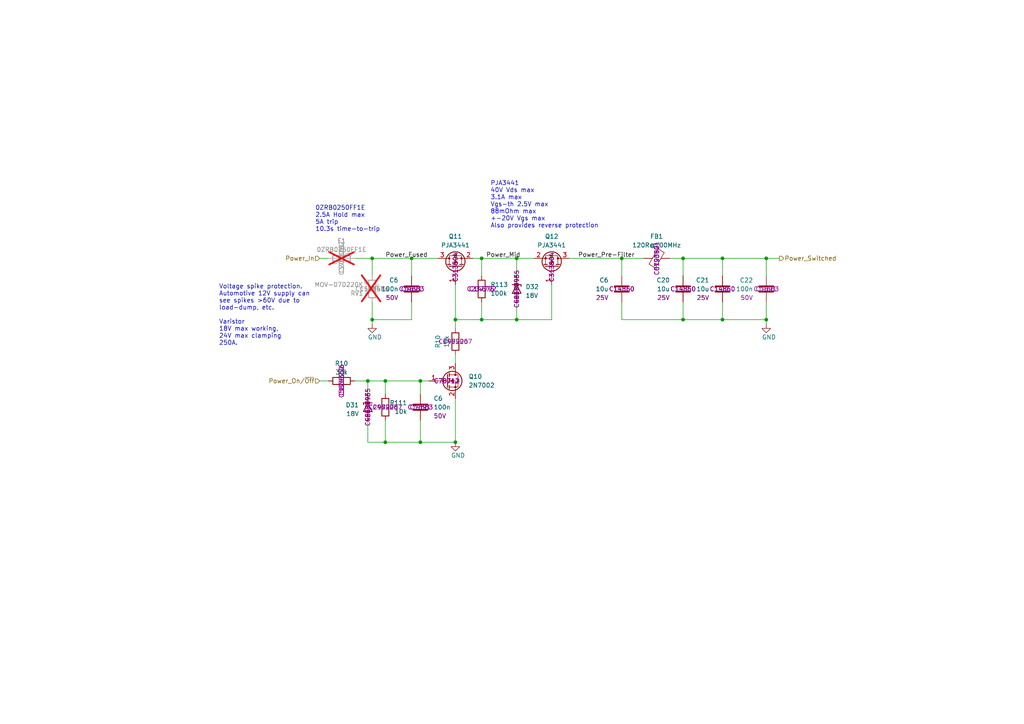
<source format=kicad_sch>
(kicad_sch (version 20250114) (generator "eeschema") (generator_version "9.0")
  (paper "A4")
  (title_block (title "Main architecture") (date "2025-08-10") (rev "1.4") (company "Alex Miller & Martin Roger") (comment 1 "https://github.com/martinroger/VXDash") (comment 2 "https://cadlab.io/projects/vxdash"))
  (lib_symbols
    (symbol "Device:D_Zener" (pin_numbers (hide yes)) (pin_names (offset 1.016) (hide yes))
      (property "Reference" "D" (at 0 2.54 0))
      (property "Value" "D_Zener" (at 0 -2.54 0))
      (symbol "D_Zener_0_1"
        (polyline (pts (xy -1.27 -1.27) (xy -1.27 1.27) (xy -0.762 1.27)) (stroke (width 0.254)))
        (polyline (pts (xy 1.27 0) (xy -1.27 0)))
        (polyline (pts (xy 1.27 -1.27) (xy 1.27 1.27) (xy -1.27 0) (xy 1.27 -1.27)) (stroke (width 0.254)))
      )
      (symbol "D_Zener_1_1"
        (pin passive line (at -3.81 0 0) (length 2.54) (name "K") (number "1"))
        (pin passive line (at 3.81 0 180) (length 2.54) (name "A") (number "2"))
      )
    )
    (symbol "Device:FerriteBead" (pin_numbers (hide yes)) (pin_names (offset 0))
      (property "Reference" "FB" (at -3.81 0.635 90))
      (property "Value" "FerriteBead" (at 3.81 0 90))
      (symbol "FerriteBead_0_1"
        (polyline (pts (xy -2.7686 0.4064) (xy -1.7018 2.2606) (xy 2.7686 -0.3048) (xy 1.6764 -2.159) (xy -2.7686 0.4064)))
        (polyline (pts (xy 0 1.27) (xy 0 1.2954)))
        (polyline (pts (xy 0 -1.27) (xy 0 -1.2192)))
      )
      (symbol "FerriteBead_1_1"
        (pin passive line (at 0 3.81 270) (length 2.54) (name "~") (number "1"))
        (pin passive line (at 0 -3.81 90) (length 2.54) (name "~") (number "2"))
      )
    )
    (symbol "Device:Polyfuse" (pin_numbers (hide yes)) (pin_names (offset 0))
      (property "Reference" "F" (at -2.54 0 90))
      (property "Value" "Polyfuse" (at 2.54 0 90))
      (symbol "Polyfuse_0_1"
        (polyline (pts (xy -1.524 2.54) (xy -1.524 1.524) (xy 1.524 -1.524) (xy 1.524 -2.54)))
        (rectangle (start -0.762 2.54) (end 0.762 -2.54) (stroke (width 0.254)))
        (polyline (pts (xy 0 2.54) (xy 0 -2.54)))
      )
      (symbol "Polyfuse_1_1"
        (pin passive line (at 0 3.81 270) (length 1.27) (name "~") (number "1"))
        (pin passive line (at 0 -3.81 90) (length 1.27) (name "~") (number "2"))
      )
    )
    (symbol "Device:Varistor" (pin_numbers (hide yes)) (pin_names (offset 0))
      (property "Reference" "RV" (at 3.175 0 90))
      (property "Value" "Varistor" (at -3.175 0 90))
      (symbol "Varistor_0_0"
        (text "U" (at -1.778 -2.032 0) (effects (font (size 1.27 1.27))))
      )
      (symbol "Varistor_0_1"
        (polyline (pts (xy -1.905 2.54) (xy -1.905 1.27) (xy 1.905 -1.27)))
        (rectangle (start -1.016 -2.54) (end 1.016 2.54) (stroke (width 0.254)))
      )
      (symbol "Varistor_1_1"
        (pin passive line (at 0 3.81 270) (length 1.27) (name "~") (number "1"))
        (pin passive line (at 0 -3.81 90) (length 1.27) (name "~") (number "2"))
      )
    )
    (symbol "Transistor_FET:Q_NMOS_GSD" (pin_names (offset 0) (hide yes))
      (property "Reference" "Q" (at 5.08 1.905 0))
      (property "Value" "Q_NMOS_GSD" (at 5.08 0 0))
      (symbol "Q_NMOS_GSD_0_1"
        (polyline (pts (xy 0.254 1.905) (xy 0.254 -1.905)) (stroke (width 0.254)))
        (polyline (pts (xy 0.254 0) (xy -2.54 0)))
        (polyline (pts (xy 0.762 2.286) (xy 0.762 1.27)) (stroke (width 0.254)))
        (polyline (pts (xy 0.762 0.508) (xy 0.762 -0.508)) (stroke (width 0.254)))
        (polyline (pts (xy 0.762 -1.27) (xy 0.762 -2.286)) (stroke (width 0.254)))
        (polyline (pts (xy 0.762 -1.778) (xy 3.302 -1.778) (xy 3.302 1.778) (xy 0.762 1.778)))
        (polyline (pts (xy 1.016 0) (xy 2.032 0.381) (xy 2.032 -0.381) (xy 1.016 0)) (fill (type outline)))
        (circle (center 1.651 0) (radius 2.794) (stroke (width 0.254)))
        (polyline (pts (xy 2.54 2.54) (xy 2.54 1.778)))
        (circle (center 2.54 1.778) (radius 0.254) (fill (type outline)))
        (circle (center 2.54 -1.778) (radius 0.254) (fill (type outline)))
        (polyline (pts (xy 2.54 -2.54) (xy 2.54 0) (xy 0.762 0)))
        (polyline (pts (xy 2.921 0.381) (xy 3.683 0.381)))
        (polyline (pts (xy 3.302 0.381) (xy 2.921 -0.254) (xy 3.683 -0.254) (xy 3.302 0.381)))
      )
      (symbol "Q_NMOS_GSD_1_1"
        (pin input line (at -5.08 0 0) (length 2.54) (name "G") (number "1"))
        (pin passive line (at 2.54 5.08 270) (length 2.54) (name "D") (number "3"))
        (pin passive line (at 2.54 -5.08 90) (length 2.54) (name "S") (number "2"))
      )
    )
    (symbol "Transistor_FET:Q_PMOS_GSD" (pin_names (offset 0) (hide yes))
      (property "Reference" "Q" (at 5.08 1.905 0))
      (property "Value" "Q_PMOS_GSD" (at 5.08 0 0))
      (symbol "Q_PMOS_GSD_0_1"
        (polyline (pts (xy 0.254 1.905) (xy 0.254 -1.905)) (stroke (width 0.254)))
        (polyline (pts (xy 0.254 0) (xy -2.54 0)))
        (polyline (pts (xy 0.762 2.286) (xy 0.762 1.27)) (stroke (width 0.254)))
        (polyline (pts (xy 0.762 1.778) (xy 3.302 1.778) (xy 3.302 -1.778) (xy 0.762 -1.778)))
        (polyline (pts (xy 0.762 0.508) (xy 0.762 -0.508)) (stroke (width 0.254)))
        (polyline (pts (xy 0.762 -1.27) (xy 0.762 -2.286)) (stroke (width 0.254)))
        (circle (center 1.651 0) (radius 2.794) (stroke (width 0.254)))
        (polyline (pts (xy 2.286 0) (xy 1.27 0.381) (xy 1.27 -0.381) (xy 2.286 0)) (fill (type outline)))
        (polyline (pts (xy 2.54 2.54) (xy 2.54 1.778)))
        (circle (center 2.54 1.778) (radius 0.254) (fill (type outline)))
        (circle (center 2.54 -1.778) (radius 0.254) (fill (type outline)))
        (polyline (pts (xy 2.54 -2.54) (xy 2.54 0) (xy 0.762 0)))
        (polyline (pts (xy 2.921 -0.381) (xy 3.683 -0.381)))
        (polyline (pts (xy 3.302 -0.381) (xy 2.921 0.254) (xy 3.683 0.254) (xy 3.302 -0.381)))
      )
      (symbol "Q_PMOS_GSD_1_1"
        (pin input line (at -5.08 0 0) (length 2.54) (name "G") (number "1"))
        (pin passive line (at 2.54 5.08 270) (length 2.54) (name "D") (number "3"))
        (pin passive line (at 2.54 -5.08 90) (length 2.54) (name "S") (number "2"))
      )
    )
    (symbol "VXDash_passives:Cap_MLCC" (pin_numbers (hide yes)) (pin_names (offset 0.254))
      (property "Reference" "C" (at 2.54 2.54 0))
      (property "Value" "Cap_MLCC" (at 2.54 0 0))
      (property "Voltage" "50V" (at 2.54 -2.54 0))
      (symbol "Cap_MLCC_0_1"
        (polyline (pts (xy -2.032 0.762) (xy 2.032 0.762)) (stroke (width 0.508)))
        (polyline (pts (xy -2.032 -0.762) (xy 2.032 -0.762)) (stroke (width 0.508)))
      )
      (symbol "Cap_MLCC_1_1"
        (pin passive line (at 0 3.81 270) (length 2.794) (name "~") (number "1"))
        (pin passive line (at 0 -3.81 90) (length 2.794) (name "~") (number "2"))
      )
    )
    (symbol "VXDash_passives:Res" (pin_numbers (hide yes)) (pin_names (offset 0))
      (property "Reference" "R" (at 1.27 1.27 0))
      (property "Value" "Res" (at 1.27 -1.27 0))
      (symbol "Res_0_1"
        (rectangle (start -1.016 -2.54) (end 1.016 2.54) (stroke (width 0.254)))
      )
      (symbol "Res_1_1"
        (pin passive line (at 0 3.81 270) (length 1.27) (name "~") (number "1"))
        (pin passive line (at 0 -3.81 90) (length 1.27) (name "~") (number "2"))
      )
    )
    (symbol "power:GND" (power) (pin_numbers (hide yes)) (pin_names (offset 0) (hide yes))
      (property "Value" "GND" (at 0 -3.81 0))
      (symbol "GND_0_1"
        (polyline (pts (xy 0 0) (xy 0 -1.27) (xy 1.27 -1.27) (xy 0 -2.54) (xy -1.27 -1.27) (xy 0 -1.27)))
      )
      (symbol "GND_1_1"
        (pin power_in line (at 0 0 270) (length 0) (name "~") (number "1"))
      )
    )
  )
  (text "PJA3441\n40V Vds max\n3.1A max\nVgs-th 2.5V max\n88mOhm max\n+-20V Vgs max\nAlso provides reverse protection\n\n" (at 142.24 68.326 0) (effects (font (size 1.27 1.27)) (justify left bottom)))
  (text "Voltage spike protection.\nAutomotive 12V supply can \nsee spikes >60V due to \nload-dump, etc.\n\nVaristor\n18V max working,\n24V max clamping \n250A." (at 63.5 100.33 0) (effects (font (size 1.27 1.27)) (justify left bottom)))
  (text "0ZRB0250FF1E\n2.5A Hold max\n5A trip\n10.3s time-to-trip" (at 91.44 67.31 0) (effects (font (size 1.27 1.27)) (justify left bottom)))
  (junction (at 106.68 110.49))
  (junction (at 139.7 74.93))
  (junction (at 121.92 110.49))
  (junction (at 107.95 92.71))
  (junction (at 119.38 74.93))
  (junction (at 222.25 92.71))
  (junction (at 121.92 128.27))
  (junction (at 111.76 128.27))
  (junction (at 111.76 110.49))
  (junction (at 139.7 92.71))
  (junction (at 132.08 128.27))
  (junction (at 149.86 74.93))
  (junction (at 149.86 92.71))
  (junction (at 209.55 74.93))
  (junction (at 209.55 92.71))
  (junction (at 198.12 74.93))
  (junction (at 198.12 92.71))
  (junction (at 107.95 74.93))
  (junction (at 222.25 74.93))
  (junction (at 132.08 92.71))
  (junction (at 180.34 74.93))
  (wire (pts (xy 198.12 87.63) (xy 198.12 92.71)))
  (wire (pts (xy 102.87 74.93) (xy 107.95 74.93)))
  (wire (pts (xy 111.76 110.49) (xy 111.76 114.3)))
  (wire (pts (xy 180.34 74.93) (xy 180.34 80.01)))
  (wire (pts (xy 107.95 92.71) (xy 107.95 93.98)))
  (wire (pts (xy 119.38 74.93) (xy 119.38 80.01)))
  (wire (pts (xy 149.86 92.71) (xy 160.02 92.71)))
  (wire (pts (xy 180.34 87.63) (xy 180.34 92.71)))
  (wire (pts (xy 107.95 74.93) (xy 107.95 80.01)))
  (wire (pts (xy 121.92 110.49) (xy 121.92 114.3)))
  (wire (pts (xy 121.92 110.49) (xy 124.46 110.49)))
  (wire (pts (xy 194.31 74.93) (xy 198.12 74.93)))
  (wire (pts (xy 132.08 92.71) (xy 139.7 92.71)))
  (wire (pts (xy 149.86 74.93) (xy 149.86 80.01)))
  (wire (pts (xy 165.1 74.93) (xy 180.34 74.93)))
  (wire (pts (xy 111.76 110.49) (xy 121.92 110.49)))
  (wire (pts (xy 137.16 74.93) (xy 139.7 74.93)))
  (wire (pts (xy 222.25 93.98) (xy 222.25 92.71)))
  (wire (pts (xy 149.86 92.71) (xy 149.86 87.63)))
  (wire (pts (xy 106.68 110.49) (xy 106.68 114.3)))
  (wire (pts (xy 149.86 74.93) (xy 154.94 74.93)))
  (wire (pts (xy 107.95 87.63) (xy 107.95 92.71)))
  (wire (pts (xy 222.25 92.71) (xy 209.55 92.71)))
  (wire (pts (xy 160.02 82.55) (xy 160.02 92.71)))
  (wire (pts (xy 92.71 110.49) (xy 95.25 110.49)))
  (wire (pts (xy 111.76 128.27) (xy 121.92 128.27)))
  (wire (pts (xy 209.55 87.63) (xy 209.55 92.71)))
  (wire (pts (xy 139.7 74.93) (xy 149.86 74.93)))
  (wire (pts (xy 180.34 74.93) (xy 186.69 74.93)))
  (wire (pts (xy 132.08 128.27) (xy 132.08 115.57)))
  (wire (pts (xy 139.7 74.93) (xy 139.7 80.01)))
  (wire (pts (xy 92.71 74.93) (xy 95.25 74.93)))
  (wire (pts (xy 209.55 92.71) (xy 198.12 92.71)))
  (wire (pts (xy 107.95 92.71) (xy 119.38 92.71)))
  (wire (pts (xy 121.92 121.92) (xy 121.92 128.27)))
  (wire (pts (xy 102.87 110.49) (xy 106.68 110.49)))
  (wire (pts (xy 119.38 87.63) (xy 119.38 92.71)))
  (wire (pts (xy 132.08 82.55) (xy 132.08 92.71)))
  (wire (pts (xy 222.25 74.93) (xy 222.25 80.01)))
  (wire (pts (xy 106.68 128.27) (xy 111.76 128.27)))
  (wire (pts (xy 209.55 74.93) (xy 209.55 80.01)))
  (wire (pts (xy 132.08 102.87) (xy 132.08 105.41)))
  (wire (pts (xy 107.95 74.93) (xy 119.38 74.93)))
  (wire (pts (xy 198.12 74.93) (xy 198.12 80.01)))
  (wire (pts (xy 106.68 128.27) (xy 106.68 121.92)))
  (wire (pts (xy 119.38 74.93) (xy 127 74.93)))
  (wire (pts (xy 121.92 128.27) (xy 132.08 128.27)))
  (wire (pts (xy 139.7 92.71) (xy 149.86 92.71)))
  (wire (pts (xy 111.76 121.92) (xy 111.76 128.27)))
  (wire (pts (xy 106.68 110.49) (xy 111.76 110.49)))
  (wire (pts (xy 209.55 74.93) (xy 222.25 74.93)))
  (wire (pts (xy 198.12 74.93) (xy 209.55 74.93)))
  (wire (pts (xy 180.34 92.71) (xy 198.12 92.71)))
  (wire (pts (xy 132.08 92.71) (xy 132.08 95.25)))
  (wire (pts (xy 222.25 74.93) (xy 226.06 74.93)))
  (wire (pts (xy 139.7 87.63) (xy 139.7 92.71)))
  (wire (pts (xy 222.25 87.63) (xy 222.25 92.71)))
  (label "Power_Pre-Filter" (at 167.64 74.93 0))
  (label "Power_Mid" (at 140.97 74.93 0))
  (label "Power_Fused" (at 111.76 74.93 0))
  (hierarchical_label "Power_On{slash}~{Off}" (shape input) (at 92.71 110.49 180))
  (hierarchical_label "Power_Switched" (shape output) (at 226.06 74.93 0))
  (hierarchical_label "Power_In" (shape input) (at 92.71 74.93 180))
  (symbol (lib_id "VXDash_passives:Res") (at 132.08 99.06 180) (unit 1)
    (property "Reference" "R112" (at 127 99.06 90))
    (property "Value" "10k" (at 129.54 99.06 90))
    (property "Footprint" "Resistor_SMD:R_0603_1608Metric_Pad0.98x0.95mm_HandSolder" (effects (hide yes)))
    (property "Description" "RES 10K OHM 1% 1/10W 0603" (effects (hide yes)))
    (property "Tol" "1%" (effects (hide yes)))
    (property "Power" "100mW" (effects (hide yes)))
    (property "MFT" "StackPole Electronics" (effects (hide yes)))
    (property "MFT_PN" "RMCF0603FT10K0" (effects (hide yes)))
    (property "LCSC" "C2479067" (at 132.08 99.06 0))
    (property "LCSC alt" "C98220" (at 132.08 99.06 0))
    (instances (project "DashSpy" (path "" (reference "R10") (unit 1)) (path "" (reference "R25") (unit 1)) (path "" (reference "R31") (unit 1)) (path "" (reference "R43") (unit 1)) (path "" (reference "R40") (unit 1)) (path "" (reference "R37") (unit 1)) (path "" (reference "R49") (unit 1)) (path "" (reference "R46") (unit 1)) (path "" (reference "R34") (unit 1)) (path "" (reference "R28") (unit 1)) (path "" (reference "R52") (unit 1))) (project "VXDash" (path "" (reference "R112") (unit 1))))
  )
  (symbol (lib_id "power:GND") (at 222.25 93.98 0) (unit 1)
    (property "Reference" "#PWR067" (effects (hide yes)))
    (property "Value" "GND" (at 220.98 97.79 0) (effects (justify left)))
    (property "Description" "Power symbol creates a global label with name \"GND\" , ground" (effects (hide yes)))
    (instances (project "DashSpy" (path "" (reference "#PWR06") (unit 1))) (project "VXDash" (path "" (reference "#PWR067") (unit 1))))
  )
  (symbol (lib_id "VXDash_passives:Cap_MLCC") (at 222.25 83.82 0) (mirror x) (unit 1)
    (property "Reference" "C22" (at 218.44 81.2799 0) (effects (justify right)))
    (property "Value" "100n" (at 218.44 83.8199 0) (effects (justify right)))
    (property "Footprint" "Capacitor_SMD:C_0603_1608Metric_Pad1.08x0.95mm_HandSolder" (effects (hide yes)))
    (property "Description" "CAP CER 0.1UF 50V X7R 0603" (effects (hide yes)))
    (property "MFT" "Samsung Electro-Mechanics" (effects (hide yes)))
    (property "MFT_PN" "CL10B104KB8NNNC" (effects (hide yes)))
    (property "Dielectric" "X7R" (effects (hide yes)))
    (property "Tol" "10%" (effects (hide yes)))
    (property "Voltage" "50V" (at 218.44 86.3599 0) (effects (justify right)))
    (property "LCSC" "C1591" (at 222.25 83.82 0))
    (property "LCSC alt" "C14663" (at 222.25 83.82 0))
  )
  (symbol (lib_id "Device:FerriteBead") (at 190.5 74.93 90) (unit 1)
    (property "Reference" "FB1" (at 190.4492 68.58 90))
    (property "Value" "120R@100MHz" (at 190.4492 71.12 90))
    (property "Footprint" "Inductor_SMD:L_0805_2012Metric" (effects (hide yes)))
    (property "Datasheet" "https://www.we-online.com/katalog/datasheet/742792023.pdf" (effects (hide yes)))
    (property "Description" "FERRITE BEAD 120 OHM 0805 1LN" (effects (hide yes)))
    (property "MFT" "Würth Elektronik" (effects (hide yes)))
    (property "MFT_PN" "742792023" (effects (hide yes)))
    (property "LCSC" "C5120901" (at 190.5 74.93 0))
    (property "LCSC alt" "C79382" (at 190.5 74.93 0))
  )
  (symbol (lib_id "Transistor_FET:Q_PMOS_GSD") (at 132.08 77.47 90) (unit 1)
    (property "Reference" "Q11" (at 132.08 68.58 90))
    (property "Value" "PJA3441" (at 132.08 71.12 90))
    (property "Footprint" "Package_TO_SOT_SMD:SOT-23" (effects (hide yes)))
    (property "Datasheet" "https://www.panjit.com.tw/upload/datasheet/PJA3441.pdf?srsltid=AfmBOorcXQifrwfHYhMWRYHvs2fEGINIyw20eErdW3fOG6z6g98X7-Kb" (effects (hide yes)))
    (property "Description" "P-MOSFET transistor, gate/source/drain" (effects (hide yes)))
    (property "MFT" "Panjit" (effects (hide yes)))
    (property "MFT_PN" "PJA3441_R1_00001" (effects (hide yes)))
    (property "LCSC" "C313504" (at 132.08 77.47 0))
    (property "LCSC alt" "C313504" (at 132.08 77.47 0))
  )
  (symbol (lib_id "VXDash_passives:Cap_MLCC") (at 119.38 83.82 0) (mirror x) (unit 1)
    (property "Reference" "C17" (at 115.57 81.2799 0) (effects (justify right)))
    (property "Value" "100n" (at 115.57 83.8199 0) (effects (justify right)))
    (property "Footprint" "Capacitor_SMD:C_0603_1608Metric_Pad1.08x0.95mm_HandSolder" (effects (hide yes)))
    (property "Description" "CAP CER 0.1UF 50V X7R 0603" (effects (hide yes)))
    (property "MFT" "Samsung Electro-Mechanics" (effects (hide yes)))
    (property "MFT_PN" "CL10B104KB8NNNC" (effects (hide yes)))
    (property "Dielectric" "X7R" (effects (hide yes)))
    (property "Tol" "10%" (effects (hide yes)))
    (property "Voltage" "50V" (at 115.57 86.3599 0) (effects (justify right)))
    (property "LCSC" "C1591" (at 119.38 83.82 0))
    (property "LCSC alt" "C14663" (at 119.38 83.82 0))
    (instances (project "DashSpy" (path "" (reference "C6") (unit 1))) (project "VXDash" (path "" (reference "C17") (unit 1))))
  )
  (symbol (lib_id "VXDash_passives:Res") (at 111.76 118.11 0) (mirror y) (unit 1)
    (property "Reference" "R111" (at 118.11 116.84 0) (effects (justify left)))
    (property "Value" "10k" (at 118.11 119.38 0) (effects (justify left)))
    (property "Footprint" "Resistor_SMD:R_0603_1608Metric_Pad0.98x0.95mm_HandSolder" (effects (hide yes)))
    (property "Description" "RES 10K OHM 1% 1/10W 0603" (effects (hide yes)))
    (property "Tol" "1%" (effects (hide yes)))
    (property "Power" "100mW" (effects (hide yes)))
    (property "MFT" "StackPole Electronics" (effects (hide yes)))
    (property "MFT_PN" "RMCF0603FT10K0" (effects (hide yes)))
    (property "LCSC" "C2479067" (at 111.76 118.11 0))
    (property "LCSC alt" "C98220" (at 111.76 118.11 0))
  )
  (symbol (lib_id "power:GND") (at 107.95 93.98 0) (unit 1)
    (property "Reference" "#PWR065" (effects (hide yes)))
    (property "Value" "GND" (at 106.68 97.79 0) (effects (justify left)))
    (property "Description" "Power symbol creates a global label with name \"GND\" , ground" (effects (hide yes)))
    (instances (project "DashSpy" (path "" (reference "#PWR06") (unit 1))) (project "VXDash" (path "" (reference "#PWR065") (unit 1))))
  )
  (symbol (lib_id "Device:D_Zener") (at 149.86 83.82 270) (unit 1)
    (property "Reference" "D32" (at 152.4 83.185 90) (effects (justify left)))
    (property "Value" "18V" (at 152.4 85.725 90) (effects (justify left)))
    (property "Footprint" "Diode_SMD:D_SOD-123" (effects (hide yes)))
    (property "Datasheet" "https://www.mccsemi.com/pdf/Products/BZT52C2V4~BZT52C75(500mW)(SOD-123).pdf" (effects (hide yes)))
    (property "Description" "DIODE ZENER 18V 200MW SOD123" (effects (hide yes)))
    (property "MFT" "Micro Commercial Co" (effects (hide yes)))
    (property "MFT_PN" "BZT52C18-TP" (effects (hide yes)))
    (property "Voltage" "18V" (at 149.86 83.82 0))
    (property "LCSC" "C668896" (at 149.86 83.82 0))
    (property "LCSC alt" "C42379435" (at 149.86 83.82 0))
  )
  (symbol (lib_id "VXDash_passives:Res") (at 99.06 110.49 90) (unit 1)
    (property "Reference" "R110" (at 99.06 105.41 90))
    (property "Value" "30k" (at 99.06 107.95 90))
    (property "Footprint" "Resistor_SMD:R_0805_2012Metric_Pad1.20x1.40mm_HandSolder" (effects (hide yes)))
    (property "Description" "RES 30K OHM 1% 1/8W 0805" (effects (hide yes)))
    (property "Tol" "1%" (effects (hide yes)))
    (property "Power" "125mW" (effects (hide yes)))
    (property "MFT" "StackPole Electronics" (effects (hide yes)))
    (property "MFT_PN" "RMCF0805FT30K0" (effects (hide yes)))
    (property "LCSC" "C5856226" (at 99.06 110.49 0))
    (property "LCSC alt" "C126352" (at 99.06 110.49 0))
    (instances (project "DashSpy" (path "" (reference "R10") (unit 1)) (path "" (reference "R25") (unit 1)) (path "" (reference "R31") (unit 1)) (path "" (reference "R43") (unit 1)) (path "" (reference "R40") (unit 1)) (path "" (reference "R37") (unit 1)) (path "" (reference "R49") (unit 1)) (path "" (reference "R46") (unit 1)) (path "" (reference "R34") (unit 1)) (path "" (reference "R28") (unit 1)) (path "" (reference "R52") (unit 1))) (project "VXDash" (path "" (reference "R110") (unit 1))))
  )
  (symbol (lib_id "Transistor_FET:Q_PMOS_GSD") (at 160.02 77.47 270) (mirror x) (unit 1)
    (property "Reference" "Q12" (at 160.02 68.58 90))
    (property "Value" "PJA3441" (at 160.02 71.12 90))
    (property "Footprint" "Package_TO_SOT_SMD:SOT-23" (effects (hide yes)))
    (property "Datasheet" "https://www.panjit.com.tw/upload/datasheet/PJA3441.pdf?srsltid=AfmBOorcXQifrwfHYhMWRYHvs2fEGINIyw20eErdW3fOG6z6g98X7-Kb" (effects (hide yes)))
    (property "Description" "P-MOSFET transistor, gate/source/drain" (effects (hide yes)))
    (property "MFT" "Panjit" (effects (hide yes)))
    (property "MFT_PN" "PJA3441_R1_00001" (effects (hide yes)))
    (property "LCSC" "C313504" (at 160.02 77.47 0))
    (property "LCSC alt" "C313504" (at 160.02 77.47 0))
  )
  (symbol (lib_id "Transistor_FET:Q_NMOS_GSD") (at 129.54 110.49 0) (unit 1)
    (property "Reference" "Q10" (at 135.89 109.2199 0) (effects (justify left)))
    (property "Value" "2N7002" (at 135.89 111.7599 0) (effects (justify left)))
    (property "Footprint" "Package_TO_SOT_SMD:SOT-23" (effects (hide yes)))
    (property "Description" "N-MOSFET transistor, gate/source/drain" (effects (hide yes)))
    (property "MFT" "Micro Commercial Co" (effects (hide yes)))
    (property "MFT_PN" "2N7002-TP" (effects (hide yes)))
    (property "LCSC" "C78712" (at 129.54 110.49 0))
    (property "LCSC alt" "C78712" (at 129.54 110.49 0))
  )
  (symbol (lib_id "power:GND") (at 132.08 128.27 0) (unit 1)
    (property "Reference" "#PWR066" (effects (hide yes)))
    (property "Value" "GND" (at 130.81 132.08 0) (effects (justify left)))
    (property "Description" "Power symbol creates a global label with name \"GND\" , ground" (effects (hide yes)))
    (instances (project "DashSpy" (path "" (reference "#PWR06") (unit 1))) (project "VXDash" (path "" (reference "#PWR066") (unit 1))))
  )
  (symbol (lib_id "VXDash_passives:Cap_MLCC") (at 198.12 83.82 0) (mirror x) (unit 1)
    (property "Reference" "C20" (at 194.31 81.2799 0) (effects (justify right)))
    (property "Value" "10u" (at 194.31 83.8199 0) (effects (justify right)))
    (property "Footprint" "Capacitor_SMD:C_1206_3216Metric_Pad1.33x1.80mm_HandSolder" (effects (hide yes)))
    (property "Description" "CAP CER 10UF 25V X7R 1206" (effects (hide yes)))
    (property "MFT" "Samsung Electro-Mechanics" (effects (hide yes)))
    (property "MFT_PN" "CL31B106KAHNNNE" (effects (hide yes)))
    (property "Dielectric" "X7R" (effects (hide yes)))
    (property "Tol" "10%" (effects (hide yes)))
    (property "Voltage" "25V" (at 194.31 86.3599 0) (effects (justify right)))
    (property "LCSC" "C14860" (at 198.12 83.82 0))
    (property "LCSC alt" "C14860" (at 198.12 83.82 0))
  )
  (symbol (lib_id "VXDash_passives:Cap_MLCC") (at 121.92 118.11 180) (unit 1)
    (property "Reference" "C18" (at 125.73 115.5699 0) (effects (justify right)))
    (property "Value" "100n" (at 125.73 118.1099 0) (effects (justify right)))
    (property "Footprint" "Capacitor_SMD:C_0603_1608Metric_Pad1.08x0.95mm_HandSolder" (effects (hide yes)))
    (property "Description" "CAP CER 0.1UF 50V X7R 0603" (effects (hide yes)))
    (property "MFT" "Samsung Electro-Mechanics" (effects (hide yes)))
    (property "MFT_PN" "CL10B104KB8NNNC" (effects (hide yes)))
    (property "Dielectric" "X7R" (effects (hide yes)))
    (property "Tol" "10%" (effects (hide yes)))
    (property "Voltage" "50V" (at 125.73 120.6499 0) (effects (justify right)))
    (property "LCSC" "C1591" (at 121.92 118.11 0))
    (property "LCSC alt" "C14663" (at 121.92 118.11 0))
    (instances (project "DashSpy" (path "" (reference "C6") (unit 1))) (project "VXDash" (path "" (reference "C18") (unit 1))))
  )
  (symbol (lib_id "Device:D_Zener") (at 106.68 118.11 90) (mirror x) (unit 1)
    (property "Reference" "D31" (at 104.14 117.475 90) (effects (justify left)))
    (property "Value" "18V" (at 104.14 120.015 90) (effects (justify left)))
    (property "Footprint" "Diode_SMD:D_SOD-123" (effects (hide yes)))
    (property "Datasheet" "https://www.mccsemi.com/pdf/Products/BZT52C2V4~BZT52C75(500mW)(SOD-123).pdf" (effects (hide yes)))
    (property "Description" "DIODE ZENER 18V 200MW SOD123" (effects (hide yes)))
    (property "MFT" "Micro Commercial Co" (effects (hide yes)))
    (property "MFT_PN" "BZT52C18-TP" (effects (hide yes)))
    (property "Voltage" "18V" (at 106.68 118.11 0))
    (property "LCSC" "C668896" (at 106.68 118.11 0))
    (property "LCSC alt" "C42379435" (at 106.68 118.11 0))
  )
  (symbol (lib_id "VXDash_passives:Res") (at 139.7 83.82 0) (unit 1)
    (property "Reference" "R113" (at 142.24 82.5499 0) (effects (justify left)))
    (property "Value" "100k" (at 142.24 85.0899 0) (effects (justify left)))
    (property "Footprint" "Resistor_SMD:R_0603_1608Metric_Pad0.98x0.95mm_HandSolder" (effects (hide yes)))
    (property "Description" "RES 100K OHM 1% 1/10W 0603" (effects (hide yes)))
    (property "Tol" "1%" (effects (hide yes)))
    (property "Power" "100mW" (effects (hide yes)))
    (property "MFT" "StackPole Electronics" (effects (hide yes)))
    (property "MFT_PN" "RMCF0603FT100K" (effects (hide yes)))
    (property "LCSC" "C237792" (at 139.7 83.82 0))
    (property "LCSC alt" "C14675" (at 139.7 83.82 0))
  )
  (symbol (lib_id "Device:Polyfuse") (at 99.06 74.93 90) (unit 1) (dnp yes)
    (property "Reference" "F1" (at 99.06 69.85 90))
    (property "Value" "0ZRB0250FF1E" (at 99.06 72.39 90))
    (property "Footprint" "Fuse:Fuse_BelFuse_0ZRE0033FF_L11.4mm_W3.8mm" (effects (hide yes)))
    (property "Datasheet" "https://www.belfuse.com/resources/datasheets/circuitprotection/ds-cp-0zrb-series.pdf" (effects (hide yes)))
    (property "Description" "PTC RESET FUSE 30V 2.5A RADIAL" (effects (hide yes)))
    (property "MFT" "Bel Fuse" (effects (hide yes)))
    (property "MFT_PN" "0ZRB0250FF1E" (effects (hide yes)))
    (property "LCSC" "C3761262" (at 99.06 74.93 0))
    (property "LCSC alt" "C207101" (at 99.06 74.93 0))
  )
  (symbol (lib_id "VXDash_passives:Cap_MLCC") (at 180.34 83.82 0) (mirror x) (unit 1)
    (property "Reference" "C19" (at 176.53 81.2799 0) (effects (justify right)))
    (property "Value" "10u" (at 176.53 83.8199 0) (effects (justify right)))
    (property "Footprint" "Capacitor_SMD:C_1206_3216Metric_Pad1.33x1.80mm_HandSolder" (effects (hide yes)))
    (property "Description" "CAP CER 10UF 25V X7R 1206" (effects (hide yes)))
    (property "MFT" "Samsung Electro-Mechanics" (effects (hide yes)))
    (property "MFT_PN" "CL31B106KAHNNNE" (effects (hide yes)))
    (property "Dielectric" "X7R" (effects (hide yes)))
    (property "Tol" "10%" (effects (hide yes)))
    (property "Voltage" "25V" (at 176.53 86.3599 0) (effects (justify right)))
    (property "LCSC" "C14860" (at 180.34 83.82 0))
    (property "LCSC alt" "C14860" (at 180.34 83.82 0))
    (instances (project "DashSpy" (path "" (reference "C6") (unit 1))) (project "VXDash" (path "" (reference "C19") (unit 1))))
  )
  (symbol (lib_id "VXDash_passives:Cap_MLCC") (at 209.55 83.82 0) (mirror x) (unit 1)
    (property "Reference" "C21" (at 205.74 81.2799 0) (effects (justify right)))
    (property "Value" "10u" (at 205.74 83.8199 0) (effects (justify right)))
    (property "Footprint" "Capacitor_SMD:C_1206_3216Metric_Pad1.33x1.80mm_HandSolder" (effects (hide yes)))
    (property "Description" "CAP CER 10UF 25V X7R 1206" (effects (hide yes)))
    (property "MFT" "Samsung Electro-Mechanics" (effects (hide yes)))
    (property "MFT_PN" "CL31B106KAHNNNE" (effects (hide yes)))
    (property "Dielectric" "X7R" (effects (hide yes)))
    (property "Tol" "10%" (effects (hide yes)))
    (property "Voltage" "25V" (at 205.74 86.3599 0) (effects (justify right)))
    (property "LCSC" "C14860" (at 209.55 83.82 0))
    (property "LCSC alt" "C14860" (at 209.55 83.82 0))
  )
  (symbol (lib_id "Device:Varistor") (at 107.95 83.82 0) (mirror x) (unit 1) (dnp yes)
    (property "Reference" "RV1" (at 105.41 85.09 0) (effects (justify right)))
    (property "Value" "MOV-07D220K" (at 105.41 82.55 0) (effects (justify right)))
    (property "Footprint" "Varistor:RV_Disc_D9mm_W3.5mm_P5mm" (effects (hide yes)))
    (property "Datasheet" "https://www.bourns.com/docs/Product-Datasheets/MOV07D.pdf" (effects (hide yes)))
    (property "Description" "VARISTOR 22V 250A DISC 7MM" (effects (hide yes)))
    (property "MFT" "Bourns" (effects (hide yes)))
    (property "MFT_PN" "MOV-07D220K" (effects (hide yes)))
    (property "LCSC" "C1528486" (at 107.95 83.82 0))
    (property "LCSC alt" "C15157" (at 107.95 83.82 0))
  )
)
</source>
